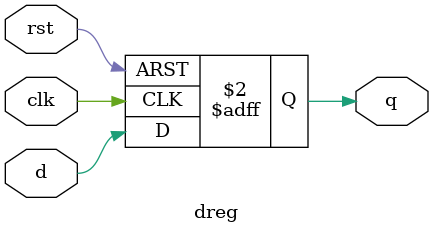
<source format=v>
module dreg (clk, rst, d, q);
input clk, rst, d;
output q;
reg q;

always @ (posedge clk or posedge rst) begin
  if (rst) begin
    q <= 0;
  end else begin
    q <= d;
  end
end

endmodule // dreg

</source>
